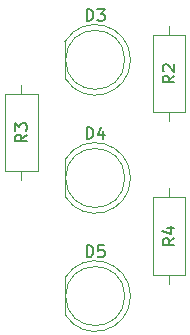
<source format=gto>
%TF.GenerationSoftware,KiCad,Pcbnew,9.0.3*%
%TF.CreationDate,2026-01-03T20:08:18+00:00*%
%TF.ProjectId,input-panel,696e7075-742d-4706-916e-656c2e6b6963,rev?*%
%TF.SameCoordinates,Original*%
%TF.FileFunction,Legend,Top*%
%TF.FilePolarity,Positive*%
%FSLAX46Y46*%
G04 Gerber Fmt 4.6, Leading zero omitted, Abs format (unit mm)*
G04 Created by KiCad (PCBNEW 9.0.3) date 2026-01-03 20:08:18*
%MOMM*%
%LPD*%
G01*
G04 APERTURE LIST*
%ADD10C,0.150000*%
%ADD11C,0.120000*%
G04 APERTURE END LIST*
D10*
X91704819Y-131336666D02*
X91228628Y-131669999D01*
X91704819Y-131908094D02*
X90704819Y-131908094D01*
X90704819Y-131908094D02*
X90704819Y-131527142D01*
X90704819Y-131527142D02*
X90752438Y-131431904D01*
X90752438Y-131431904D02*
X90800057Y-131384285D01*
X90800057Y-131384285D02*
X90895295Y-131336666D01*
X90895295Y-131336666D02*
X91038152Y-131336666D01*
X91038152Y-131336666D02*
X91133390Y-131384285D01*
X91133390Y-131384285D02*
X91181009Y-131431904D01*
X91181009Y-131431904D02*
X91228628Y-131527142D01*
X91228628Y-131527142D02*
X91228628Y-131908094D01*
X91038152Y-130479523D02*
X91704819Y-130479523D01*
X90657200Y-130717618D02*
X91371485Y-130955713D01*
X91371485Y-130955713D02*
X91371485Y-130336666D01*
X79204819Y-122586666D02*
X78728628Y-122919999D01*
X79204819Y-123158094D02*
X78204819Y-123158094D01*
X78204819Y-123158094D02*
X78204819Y-122777142D01*
X78204819Y-122777142D02*
X78252438Y-122681904D01*
X78252438Y-122681904D02*
X78300057Y-122634285D01*
X78300057Y-122634285D02*
X78395295Y-122586666D01*
X78395295Y-122586666D02*
X78538152Y-122586666D01*
X78538152Y-122586666D02*
X78633390Y-122634285D01*
X78633390Y-122634285D02*
X78681009Y-122681904D01*
X78681009Y-122681904D02*
X78728628Y-122777142D01*
X78728628Y-122777142D02*
X78728628Y-123158094D01*
X78204819Y-122253332D02*
X78204819Y-121634285D01*
X78204819Y-121634285D02*
X78585771Y-121967618D01*
X78585771Y-121967618D02*
X78585771Y-121824761D01*
X78585771Y-121824761D02*
X78633390Y-121729523D01*
X78633390Y-121729523D02*
X78681009Y-121681904D01*
X78681009Y-121681904D02*
X78776247Y-121634285D01*
X78776247Y-121634285D02*
X79014342Y-121634285D01*
X79014342Y-121634285D02*
X79109580Y-121681904D01*
X79109580Y-121681904D02*
X79157200Y-121729523D01*
X79157200Y-121729523D02*
X79204819Y-121824761D01*
X79204819Y-121824761D02*
X79204819Y-122110475D01*
X79204819Y-122110475D02*
X79157200Y-122205713D01*
X79157200Y-122205713D02*
X79109580Y-122253332D01*
X84261905Y-132954819D02*
X84261905Y-131954819D01*
X84261905Y-131954819D02*
X84500000Y-131954819D01*
X84500000Y-131954819D02*
X84642857Y-132002438D01*
X84642857Y-132002438D02*
X84738095Y-132097676D01*
X84738095Y-132097676D02*
X84785714Y-132192914D01*
X84785714Y-132192914D02*
X84833333Y-132383390D01*
X84833333Y-132383390D02*
X84833333Y-132526247D01*
X84833333Y-132526247D02*
X84785714Y-132716723D01*
X84785714Y-132716723D02*
X84738095Y-132811961D01*
X84738095Y-132811961D02*
X84642857Y-132907200D01*
X84642857Y-132907200D02*
X84500000Y-132954819D01*
X84500000Y-132954819D02*
X84261905Y-132954819D01*
X85738095Y-131954819D02*
X85261905Y-131954819D01*
X85261905Y-131954819D02*
X85214286Y-132431009D01*
X85214286Y-132431009D02*
X85261905Y-132383390D01*
X85261905Y-132383390D02*
X85357143Y-132335771D01*
X85357143Y-132335771D02*
X85595238Y-132335771D01*
X85595238Y-132335771D02*
X85690476Y-132383390D01*
X85690476Y-132383390D02*
X85738095Y-132431009D01*
X85738095Y-132431009D02*
X85785714Y-132526247D01*
X85785714Y-132526247D02*
X85785714Y-132764342D01*
X85785714Y-132764342D02*
X85738095Y-132859580D01*
X85738095Y-132859580D02*
X85690476Y-132907200D01*
X85690476Y-132907200D02*
X85595238Y-132954819D01*
X85595238Y-132954819D02*
X85357143Y-132954819D01*
X85357143Y-132954819D02*
X85261905Y-132907200D01*
X85261905Y-132907200D02*
X85214286Y-132859580D01*
X91704819Y-117586666D02*
X91228628Y-117919999D01*
X91704819Y-118158094D02*
X90704819Y-118158094D01*
X90704819Y-118158094D02*
X90704819Y-117777142D01*
X90704819Y-117777142D02*
X90752438Y-117681904D01*
X90752438Y-117681904D02*
X90800057Y-117634285D01*
X90800057Y-117634285D02*
X90895295Y-117586666D01*
X90895295Y-117586666D02*
X91038152Y-117586666D01*
X91038152Y-117586666D02*
X91133390Y-117634285D01*
X91133390Y-117634285D02*
X91181009Y-117681904D01*
X91181009Y-117681904D02*
X91228628Y-117777142D01*
X91228628Y-117777142D02*
X91228628Y-118158094D01*
X90800057Y-117205713D02*
X90752438Y-117158094D01*
X90752438Y-117158094D02*
X90704819Y-117062856D01*
X90704819Y-117062856D02*
X90704819Y-116824761D01*
X90704819Y-116824761D02*
X90752438Y-116729523D01*
X90752438Y-116729523D02*
X90800057Y-116681904D01*
X90800057Y-116681904D02*
X90895295Y-116634285D01*
X90895295Y-116634285D02*
X90990533Y-116634285D01*
X90990533Y-116634285D02*
X91133390Y-116681904D01*
X91133390Y-116681904D02*
X91704819Y-117253332D01*
X91704819Y-117253332D02*
X91704819Y-116634285D01*
X84261905Y-112954819D02*
X84261905Y-111954819D01*
X84261905Y-111954819D02*
X84500000Y-111954819D01*
X84500000Y-111954819D02*
X84642857Y-112002438D01*
X84642857Y-112002438D02*
X84738095Y-112097676D01*
X84738095Y-112097676D02*
X84785714Y-112192914D01*
X84785714Y-112192914D02*
X84833333Y-112383390D01*
X84833333Y-112383390D02*
X84833333Y-112526247D01*
X84833333Y-112526247D02*
X84785714Y-112716723D01*
X84785714Y-112716723D02*
X84738095Y-112811961D01*
X84738095Y-112811961D02*
X84642857Y-112907200D01*
X84642857Y-112907200D02*
X84500000Y-112954819D01*
X84500000Y-112954819D02*
X84261905Y-112954819D01*
X85166667Y-111954819D02*
X85785714Y-111954819D01*
X85785714Y-111954819D02*
X85452381Y-112335771D01*
X85452381Y-112335771D02*
X85595238Y-112335771D01*
X85595238Y-112335771D02*
X85690476Y-112383390D01*
X85690476Y-112383390D02*
X85738095Y-112431009D01*
X85738095Y-112431009D02*
X85785714Y-112526247D01*
X85785714Y-112526247D02*
X85785714Y-112764342D01*
X85785714Y-112764342D02*
X85738095Y-112859580D01*
X85738095Y-112859580D02*
X85690476Y-112907200D01*
X85690476Y-112907200D02*
X85595238Y-112954819D01*
X85595238Y-112954819D02*
X85309524Y-112954819D01*
X85309524Y-112954819D02*
X85214286Y-112907200D01*
X85214286Y-112907200D02*
X85166667Y-112859580D01*
X84261905Y-122954819D02*
X84261905Y-121954819D01*
X84261905Y-121954819D02*
X84500000Y-121954819D01*
X84500000Y-121954819D02*
X84642857Y-122002438D01*
X84642857Y-122002438D02*
X84738095Y-122097676D01*
X84738095Y-122097676D02*
X84785714Y-122192914D01*
X84785714Y-122192914D02*
X84833333Y-122383390D01*
X84833333Y-122383390D02*
X84833333Y-122526247D01*
X84833333Y-122526247D02*
X84785714Y-122716723D01*
X84785714Y-122716723D02*
X84738095Y-122811961D01*
X84738095Y-122811961D02*
X84642857Y-122907200D01*
X84642857Y-122907200D02*
X84500000Y-122954819D01*
X84500000Y-122954819D02*
X84261905Y-122954819D01*
X85690476Y-122288152D02*
X85690476Y-122954819D01*
X85452381Y-121907200D02*
X85214286Y-122621485D01*
X85214286Y-122621485D02*
X85833333Y-122621485D01*
D11*
%TO.C,R4*%
X91250000Y-127130000D02*
X91250000Y-127900000D01*
X91250000Y-135210000D02*
X91250000Y-134440000D01*
X92620000Y-127900000D02*
X89880000Y-127900000D01*
X89880000Y-134440000D01*
X92620000Y-134440000D01*
X92620000Y-127900000D01*
%TO.C,R3*%
X78750000Y-118380000D02*
X78750000Y-119150000D01*
X78750000Y-126460000D02*
X78750000Y-125690000D01*
X77380000Y-125690000D02*
X80120000Y-125690000D01*
X80120000Y-119150000D01*
X77380000Y-119150000D01*
X77380000Y-125690000D01*
%TO.C,D5*%
X82435000Y-134705000D02*
X82435000Y-137795000D01*
X82435000Y-134705170D02*
G75*
G02*
X87985000Y-136250000I2560000J-1544830D01*
G01*
X87985000Y-136250000D02*
G75*
G02*
X82435000Y-137794830I-2990000J0D01*
G01*
X87495000Y-136250000D02*
G75*
G02*
X82495000Y-136250000I-2500000J0D01*
G01*
X82495000Y-136250000D02*
G75*
G02*
X87495000Y-136250000I2500000J0D01*
G01*
%TO.C,R2*%
X91250000Y-113380000D02*
X91250000Y-114150000D01*
X91250000Y-121460000D02*
X91250000Y-120690000D01*
X92620000Y-114150000D02*
X89880000Y-114150000D01*
X89880000Y-120690000D01*
X92620000Y-120690000D01*
X92620000Y-114150000D01*
%TO.C,D3*%
X82435000Y-114705000D02*
X82435000Y-117795000D01*
X82435000Y-114705170D02*
G75*
G02*
X87985000Y-116250000I2560000J-1544830D01*
G01*
X87985000Y-116250000D02*
G75*
G02*
X82435000Y-117794830I-2990000J0D01*
G01*
X87495000Y-116250000D02*
G75*
G02*
X82495000Y-116250000I-2500000J0D01*
G01*
X82495000Y-116250000D02*
G75*
G02*
X87495000Y-116250000I2500000J0D01*
G01*
%TO.C,D4*%
X82435000Y-124705000D02*
X82435000Y-127795000D01*
X82435000Y-124705170D02*
G75*
G02*
X87985000Y-126250000I2560000J-1544830D01*
G01*
X87985000Y-126250000D02*
G75*
G02*
X82435000Y-127794830I-2990000J0D01*
G01*
X87495000Y-126250000D02*
G75*
G02*
X82495000Y-126250000I-2500000J0D01*
G01*
X82495000Y-126250000D02*
G75*
G02*
X87495000Y-126250000I2500000J0D01*
G01*
%TD*%
M02*

</source>
